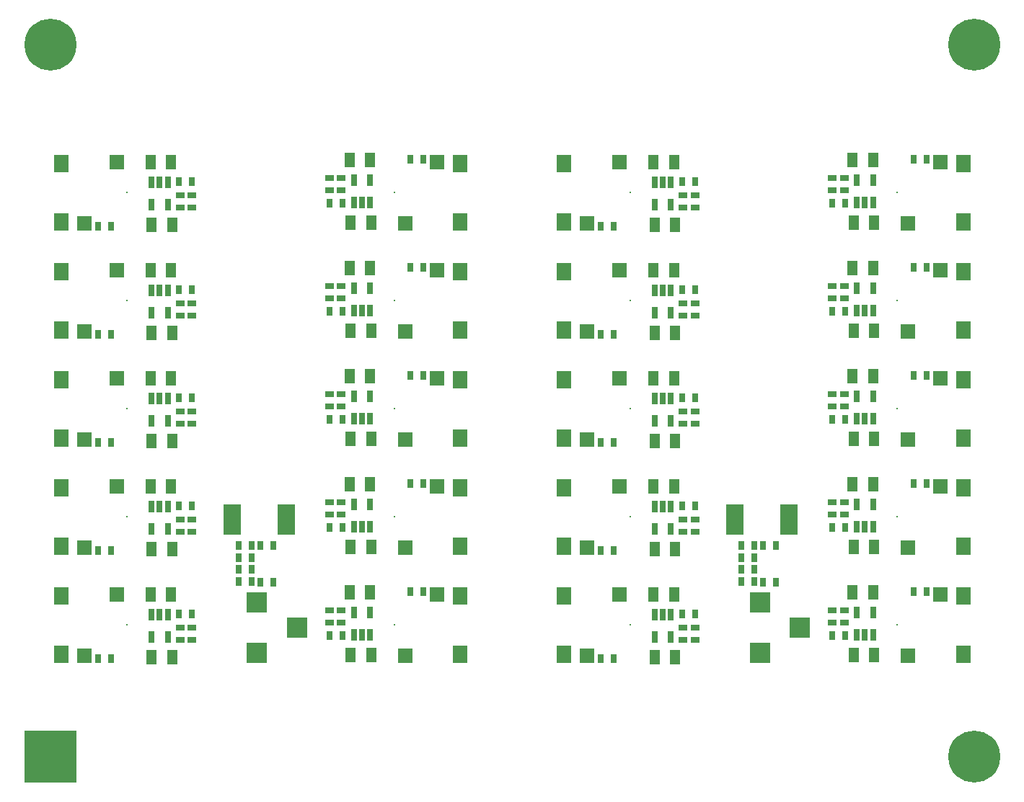
<source format=gts>
G04 Layer_Color=8388736*
%FSLAX24Y24*%
%MOIN*%
G70*
G01*
G75*
%ADD34C,0.2400*%
%ADD35R,0.2400X0.2400*%
%ADD36R,0.0257X0.0414*%
%ADD37R,0.0454X0.0651*%
%ADD38R,0.0414X0.0257*%
%ADD39R,0.0296X0.0540*%
%ADD40R,0.0828X0.1438*%
%ADD41R,0.0651X0.0847*%
%ADD42R,0.0651X0.0690*%
%ADD43R,0.0926X0.0926*%
%ADD44R,0.0060X0.0060*%
D34*
X1450Y34400D02*
D03*
X44150D02*
D03*
Y1450D02*
D03*
D35*
X1450D02*
D03*
D36*
X4245Y6000D02*
D03*
X3655D02*
D03*
X7405Y8050D02*
D03*
X7995D02*
D03*
X4245Y16000D02*
D03*
X3655D02*
D03*
X7405Y18050D02*
D03*
X7995D02*
D03*
X4245Y11000D02*
D03*
X3655D02*
D03*
X7405Y13050D02*
D03*
X7995D02*
D03*
X4245Y21000D02*
D03*
X3655D02*
D03*
X7405Y23050D02*
D03*
X7995D02*
D03*
X4245Y26000D02*
D03*
X3655D02*
D03*
X7405Y28050D02*
D03*
X7995D02*
D03*
X18105Y29100D02*
D03*
X18695D02*
D03*
X14945Y27050D02*
D03*
X14355D02*
D03*
X18105Y9100D02*
D03*
X18695D02*
D03*
X14945Y7050D02*
D03*
X14355D02*
D03*
X18105Y14100D02*
D03*
X18695D02*
D03*
X14945Y12050D02*
D03*
X14355D02*
D03*
Y17050D02*
D03*
X14945D02*
D03*
X18695Y19100D02*
D03*
X18105D02*
D03*
X14355Y22050D02*
D03*
X14945D02*
D03*
X18695Y24100D02*
D03*
X18105D02*
D03*
X10745Y9550D02*
D03*
X10155D02*
D03*
X11155Y9531D02*
D03*
X11745D02*
D03*
X10745Y10131D02*
D03*
X10155D02*
D03*
X10745Y10681D02*
D03*
X10155D02*
D03*
X10745Y11231D02*
D03*
X10155D02*
D03*
X11745D02*
D03*
X11155D02*
D03*
X27495Y6000D02*
D03*
X26905D02*
D03*
X30655Y8050D02*
D03*
X31245D02*
D03*
X27495Y16000D02*
D03*
X26905D02*
D03*
X30655Y18050D02*
D03*
X31245D02*
D03*
X27495Y11000D02*
D03*
X26905D02*
D03*
X30655Y13050D02*
D03*
X31245D02*
D03*
X27495Y21000D02*
D03*
X26905D02*
D03*
X30655Y23050D02*
D03*
X31245D02*
D03*
X27495Y26000D02*
D03*
X26905D02*
D03*
X30655Y28050D02*
D03*
X31245D02*
D03*
X41355Y29100D02*
D03*
X41945D02*
D03*
X38195Y27050D02*
D03*
X37605D02*
D03*
X41355Y9100D02*
D03*
X41945D02*
D03*
X38195Y7050D02*
D03*
X37605D02*
D03*
X41355Y14100D02*
D03*
X41945D02*
D03*
X38195Y12050D02*
D03*
X37605D02*
D03*
Y17050D02*
D03*
X38195D02*
D03*
X41945Y19100D02*
D03*
X41355D02*
D03*
X37605Y22050D02*
D03*
X38195D02*
D03*
X41945Y24100D02*
D03*
X41355D02*
D03*
X33995Y9550D02*
D03*
X33405D02*
D03*
X34405Y9531D02*
D03*
X34995D02*
D03*
X33995Y10131D02*
D03*
X33405D02*
D03*
X33995Y10681D02*
D03*
X33405D02*
D03*
X33995Y11231D02*
D03*
X33405D02*
D03*
X34995D02*
D03*
X34405D02*
D03*
D37*
X7073Y6050D02*
D03*
X6128D02*
D03*
X7023Y8950D02*
D03*
X6078D02*
D03*
X7073Y16050D02*
D03*
X6128D02*
D03*
X7023Y18950D02*
D03*
X6078D02*
D03*
X7073Y11050D02*
D03*
X6128D02*
D03*
X7023Y13950D02*
D03*
X6078D02*
D03*
X7073Y21050D02*
D03*
X6128D02*
D03*
X7023Y23950D02*
D03*
X6078D02*
D03*
X7073Y26050D02*
D03*
X6128D02*
D03*
X7023Y28950D02*
D03*
X6078D02*
D03*
X15278Y29050D02*
D03*
X16223D02*
D03*
X15328Y26150D02*
D03*
X16273D02*
D03*
X15278Y9050D02*
D03*
X16223D02*
D03*
X15328Y6150D02*
D03*
X16273D02*
D03*
X15278Y14050D02*
D03*
X16223D02*
D03*
X15328Y11150D02*
D03*
X16273D02*
D03*
Y16150D02*
D03*
X15328D02*
D03*
X16223Y19050D02*
D03*
X15278D02*
D03*
X16273Y21150D02*
D03*
X15328D02*
D03*
X16223Y24050D02*
D03*
X15278D02*
D03*
X30323Y6050D02*
D03*
X29378D02*
D03*
X30273Y8950D02*
D03*
X29328D02*
D03*
X30323Y16050D02*
D03*
X29378D02*
D03*
X30273Y18950D02*
D03*
X29328D02*
D03*
X30323Y11050D02*
D03*
X29378D02*
D03*
X30273Y13950D02*
D03*
X29328D02*
D03*
X30323Y21050D02*
D03*
X29378D02*
D03*
X30273Y23950D02*
D03*
X29328D02*
D03*
X30323Y26050D02*
D03*
X29378D02*
D03*
X30273Y28950D02*
D03*
X29328D02*
D03*
X38528Y29050D02*
D03*
X39473D02*
D03*
X38578Y26150D02*
D03*
X39523D02*
D03*
X38528Y9050D02*
D03*
X39473D02*
D03*
X38578Y6150D02*
D03*
X39523D02*
D03*
X38528Y14050D02*
D03*
X39473D02*
D03*
X38578Y11150D02*
D03*
X39523D02*
D03*
Y16150D02*
D03*
X38578D02*
D03*
X39473Y19050D02*
D03*
X38528D02*
D03*
X39523Y21150D02*
D03*
X38578D02*
D03*
X39473Y24050D02*
D03*
X38528D02*
D03*
D38*
X7450Y6855D02*
D03*
Y7445D02*
D03*
X8000D02*
D03*
Y6855D02*
D03*
Y17445D02*
D03*
Y16855D02*
D03*
X7450D02*
D03*
Y17445D02*
D03*
X8000Y12445D02*
D03*
Y11855D02*
D03*
X7450D02*
D03*
Y12445D02*
D03*
X8000Y22445D02*
D03*
Y21855D02*
D03*
X7450D02*
D03*
Y22445D02*
D03*
X8000Y27445D02*
D03*
Y26855D02*
D03*
X7450D02*
D03*
Y27445D02*
D03*
X14350Y27655D02*
D03*
Y28245D02*
D03*
X14900D02*
D03*
Y27655D02*
D03*
X14350Y7655D02*
D03*
Y8245D02*
D03*
X14900D02*
D03*
Y7655D02*
D03*
X14350Y12655D02*
D03*
Y13245D02*
D03*
X14900D02*
D03*
Y12655D02*
D03*
Y17655D02*
D03*
Y18245D02*
D03*
X14350D02*
D03*
Y17655D02*
D03*
X14900Y22655D02*
D03*
Y23245D02*
D03*
X14350D02*
D03*
Y22655D02*
D03*
X30700Y6855D02*
D03*
Y7445D02*
D03*
X31250D02*
D03*
Y6855D02*
D03*
Y17445D02*
D03*
Y16855D02*
D03*
X30700D02*
D03*
Y17445D02*
D03*
X31250Y12445D02*
D03*
Y11855D02*
D03*
X30700D02*
D03*
Y12445D02*
D03*
X31250Y22445D02*
D03*
Y21855D02*
D03*
X30700D02*
D03*
Y22445D02*
D03*
X31250Y27445D02*
D03*
Y26855D02*
D03*
X30700D02*
D03*
Y27445D02*
D03*
X37600Y27655D02*
D03*
Y28245D02*
D03*
X38150D02*
D03*
Y27655D02*
D03*
X37600Y7655D02*
D03*
Y8245D02*
D03*
X38150D02*
D03*
Y7655D02*
D03*
X37600Y12655D02*
D03*
Y13245D02*
D03*
X38150D02*
D03*
Y12655D02*
D03*
Y17655D02*
D03*
Y18245D02*
D03*
X37600D02*
D03*
Y17655D02*
D03*
X38150Y22655D02*
D03*
Y23245D02*
D03*
X37600D02*
D03*
Y22655D02*
D03*
D39*
X6874Y8016D02*
D03*
X6500D02*
D03*
X6126D02*
D03*
Y6984D02*
D03*
X6874D02*
D03*
Y18016D02*
D03*
X6500D02*
D03*
X6126D02*
D03*
Y16984D02*
D03*
X6874D02*
D03*
Y13016D02*
D03*
X6500D02*
D03*
X6126D02*
D03*
Y11984D02*
D03*
X6874D02*
D03*
Y23016D02*
D03*
X6500D02*
D03*
X6126D02*
D03*
Y21984D02*
D03*
X6874D02*
D03*
Y28016D02*
D03*
X6500D02*
D03*
X6126D02*
D03*
Y26984D02*
D03*
X6874D02*
D03*
X15476Y27084D02*
D03*
X15850D02*
D03*
X16224D02*
D03*
Y28116D02*
D03*
X15476D02*
D03*
Y7084D02*
D03*
X15850D02*
D03*
X16224D02*
D03*
Y8116D02*
D03*
X15476D02*
D03*
Y12084D02*
D03*
X15850D02*
D03*
X16224D02*
D03*
Y13116D02*
D03*
X15476D02*
D03*
Y18116D02*
D03*
X16224D02*
D03*
Y17084D02*
D03*
X15850D02*
D03*
X15476D02*
D03*
Y23116D02*
D03*
X16224D02*
D03*
Y22084D02*
D03*
X15850D02*
D03*
X15476D02*
D03*
X30124Y8016D02*
D03*
X29750D02*
D03*
X29376D02*
D03*
Y6984D02*
D03*
X30124D02*
D03*
Y18016D02*
D03*
X29750D02*
D03*
X29376D02*
D03*
Y16984D02*
D03*
X30124D02*
D03*
Y13016D02*
D03*
X29750D02*
D03*
X29376D02*
D03*
Y11984D02*
D03*
X30124D02*
D03*
Y23016D02*
D03*
X29750D02*
D03*
X29376D02*
D03*
Y21984D02*
D03*
X30124D02*
D03*
Y28016D02*
D03*
X29750D02*
D03*
X29376D02*
D03*
Y26984D02*
D03*
X30124D02*
D03*
X38726Y27084D02*
D03*
X39100D02*
D03*
X39474D02*
D03*
Y28116D02*
D03*
X38726D02*
D03*
Y7084D02*
D03*
X39100D02*
D03*
X39474D02*
D03*
Y8116D02*
D03*
X38726D02*
D03*
Y12084D02*
D03*
X39100D02*
D03*
X39474D02*
D03*
Y13116D02*
D03*
X38726D02*
D03*
Y18116D02*
D03*
X39474D02*
D03*
Y17084D02*
D03*
X39100D02*
D03*
X38726D02*
D03*
Y23116D02*
D03*
X39474D02*
D03*
Y22084D02*
D03*
X39100D02*
D03*
X38726D02*
D03*
D40*
X12350Y12431D02*
D03*
X9850D02*
D03*
X35600D02*
D03*
X33100D02*
D03*
D41*
X20398Y16186D02*
D03*
Y18914D02*
D03*
Y23914D02*
D03*
Y21186D02*
D03*
X1953Y8914D02*
D03*
Y6186D02*
D03*
Y11186D02*
D03*
Y13914D02*
D03*
Y18914D02*
D03*
Y16186D02*
D03*
Y21186D02*
D03*
Y23914D02*
D03*
Y28914D02*
D03*
Y26186D02*
D03*
X20398Y28914D02*
D03*
Y26186D02*
D03*
Y11186D02*
D03*
Y13914D02*
D03*
Y8914D02*
D03*
Y6186D02*
D03*
X43648Y16186D02*
D03*
Y18914D02*
D03*
Y23914D02*
D03*
Y21186D02*
D03*
X25203Y8914D02*
D03*
Y6186D02*
D03*
Y11186D02*
D03*
Y13914D02*
D03*
Y18914D02*
D03*
Y16186D02*
D03*
Y21186D02*
D03*
Y23914D02*
D03*
Y28914D02*
D03*
Y26186D02*
D03*
X43648Y28914D02*
D03*
Y26186D02*
D03*
Y11186D02*
D03*
Y13914D02*
D03*
Y8914D02*
D03*
Y6186D02*
D03*
D42*
X19335Y18967D02*
D03*
X17839Y16133D02*
D03*
Y21133D02*
D03*
X19335Y23967D02*
D03*
X3016Y6133D02*
D03*
X4512Y8967D02*
D03*
Y13967D02*
D03*
X3016Y11133D02*
D03*
Y16133D02*
D03*
X4512Y18967D02*
D03*
Y23967D02*
D03*
X3016Y21133D02*
D03*
Y26133D02*
D03*
X4512Y28967D02*
D03*
X17839Y26133D02*
D03*
X19335Y28967D02*
D03*
Y13967D02*
D03*
X17839Y11133D02*
D03*
Y6133D02*
D03*
X19335Y8967D02*
D03*
X42585Y18967D02*
D03*
X41089Y16133D02*
D03*
Y21133D02*
D03*
X42585Y23967D02*
D03*
X26265Y6133D02*
D03*
X27762Y8967D02*
D03*
Y13967D02*
D03*
X26265Y11133D02*
D03*
Y16133D02*
D03*
X27762Y18967D02*
D03*
Y23967D02*
D03*
X26265Y21133D02*
D03*
Y26133D02*
D03*
X27762Y28967D02*
D03*
X41089Y26133D02*
D03*
X42585Y28967D02*
D03*
Y13967D02*
D03*
X41089Y11133D02*
D03*
Y6133D02*
D03*
X42585Y8967D02*
D03*
D43*
X11000Y8612D02*
D03*
Y6250D02*
D03*
X12851Y7431D02*
D03*
X34250Y8612D02*
D03*
Y6250D02*
D03*
X36101Y7431D02*
D03*
D44*
X17347Y17550D02*
D03*
Y22550D02*
D03*
X5004Y7550D02*
D03*
Y12550D02*
D03*
Y17550D02*
D03*
Y22550D02*
D03*
Y27550D02*
D03*
X17347D02*
D03*
Y12550D02*
D03*
Y7550D02*
D03*
X40597Y17550D02*
D03*
Y22550D02*
D03*
X28254Y7550D02*
D03*
Y12550D02*
D03*
Y17550D02*
D03*
Y22550D02*
D03*
Y27550D02*
D03*
X40597D02*
D03*
Y12550D02*
D03*
Y7550D02*
D03*
M02*

</source>
